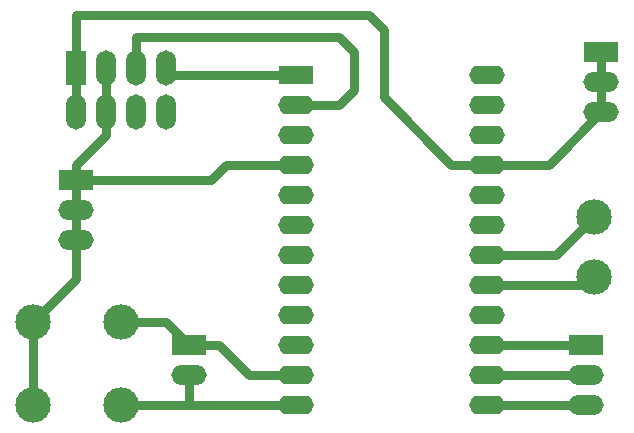
<source format=gbr>
%TF.GenerationSoftware,KiCad,Pcbnew,(5.1.10)-1*%
%TF.CreationDate,2022-01-23T19:08:07-05:00*%
%TF.ProjectId,3018Pendant,33303138-5065-46e6-9461-6e742e6b6963,rev?*%
%TF.SameCoordinates,Original*%
%TF.FileFunction,Copper,L2,Bot*%
%TF.FilePolarity,Positive*%
%FSLAX46Y46*%
G04 Gerber Fmt 4.6, Leading zero omitted, Abs format (unit mm)*
G04 Created by KiCad (PCBNEW (5.1.10)-1) date 2022-01-23 19:08:07*
%MOMM*%
%LPD*%
G01*
G04 APERTURE LIST*
%TA.AperFunction,ComponentPad*%
%ADD10O,3.000000X1.600000*%
%TD*%
%TA.AperFunction,ComponentPad*%
%ADD11R,3.000000X1.600000*%
%TD*%
%TA.AperFunction,ComponentPad*%
%ADD12O,3.000000X1.700000*%
%TD*%
%TA.AperFunction,ComponentPad*%
%ADD13R,3.000000X1.700000*%
%TD*%
%TA.AperFunction,ComponentPad*%
%ADD14O,3.000000X3.000000*%
%TD*%
%TA.AperFunction,ComponentPad*%
%ADD15R,1.700000X3.000000*%
%TD*%
%TA.AperFunction,ComponentPad*%
%ADD16O,1.700000X3.000000*%
%TD*%
%TA.AperFunction,Conductor*%
%ADD17C,0.800000*%
%TD*%
G04 APERTURE END LIST*
D10*
%TO.P,U1,24*%
%TO.N,Net-(U1-Pad24)*%
X106545000Y33655000D03*
%TO.P,U1,23*%
%TO.N,GND*%
X106545000Y31115000D03*
%TO.P,U1,22*%
%TO.N,Net-(U1-Pad22)*%
X106545000Y28575000D03*
%TO.P,U1,12*%
%TO.N,Net-(C2-Pad1)*%
X90305000Y5715000D03*
%TO.P,U1,21*%
%TO.N,Vcc*%
X106545000Y26035000D03*
%TO.P,U1,11*%
%TO.N,Net-(C1-Pad1)*%
X90305000Y8255000D03*
%TO.P,U1,20*%
%TO.N,Net-(U1-Pad20)*%
X106545000Y23495000D03*
%TO.P,U1,10*%
%TO.N,Net-(U1-Pad10)*%
X90305000Y10795000D03*
%TO.P,U1,19*%
%TO.N,Net-(U1-Pad19)*%
X106545000Y20955000D03*
%TO.P,U1,9*%
%TO.N,Net-(U1-Pad9)*%
X90305000Y13335000D03*
%TO.P,U1,18*%
%TO.N,Net-(J2-Pad1)*%
X106545000Y18415000D03*
%TO.P,U1,8*%
%TO.N,Net-(U1-Pad8)*%
X90305000Y15875000D03*
%TO.P,U1,17*%
%TO.N,Net-(J6-Pad1)*%
X106545000Y15875000D03*
%TO.P,U1,7*%
%TO.N,Net-(U1-Pad7)*%
X90305000Y18415000D03*
%TO.P,U1,16*%
%TO.N,Net-(U1-Pad16)*%
X106545000Y13335000D03*
%TO.P,U1,6*%
%TO.N,Net-(U1-Pad6)*%
X90305000Y20955000D03*
%TO.P,U1,15*%
%TO.N,Net-(J7-Pad1)*%
X106545000Y10795000D03*
%TO.P,U1,5*%
%TO.N,Net-(U1-Pad5)*%
X90305000Y23495000D03*
%TO.P,U1,14*%
%TO.N,Net-(J7-Pad2)*%
X106545000Y8255000D03*
%TO.P,U1,4*%
%TO.N,GND*%
X90305000Y26035000D03*
%TO.P,U1,13*%
%TO.N,Net-(J7-Pad3)*%
X106545000Y5715000D03*
%TO.P,U1,3*%
%TO.N,Net-(U1-Pad3)*%
X90305000Y28575000D03*
%TO.P,U1,2*%
%TO.N,Net-(J1-Pad5)*%
X90305000Y31115000D03*
D11*
%TO.P,U1,1*%
%TO.N,Net-(J1-Pad7)*%
X90305000Y33655000D03*
%TD*%
D12*
%TO.P,J7,3*%
%TO.N,Net-(J7-Pad3)*%
X114935000Y5715000D03*
%TO.P,J7,2*%
%TO.N,Net-(J7-Pad2)*%
X114935000Y8255000D03*
D13*
%TO.P,J7,1*%
%TO.N,Net-(J7-Pad1)*%
X114935000Y10795000D03*
%TD*%
D14*
%TO.P,J6,1*%
%TO.N,Net-(J6-Pad1)*%
X115570000Y16510000D03*
%TD*%
D12*
%TO.P,J5,2*%
%TO.N,Net-(C2-Pad1)*%
X81280000Y8255000D03*
D13*
%TO.P,J5,1*%
%TO.N,Net-(C1-Pad1)*%
X81280000Y10795000D03*
%TD*%
D14*
%TO.P,J2,1*%
%TO.N,Net-(J2-Pad1)*%
X115570000Y21590000D03*
%TD*%
D12*
%TO.P,J4,3*%
%TO.N,Vcc*%
X116205000Y30480000D03*
%TO.P,J4,2*%
X116205000Y33020000D03*
D13*
%TO.P,J4,1*%
X116205000Y35560000D03*
%TD*%
D12*
%TO.P,J3,3*%
%TO.N,GND*%
X71755000Y19685000D03*
%TO.P,J3,2*%
X71755000Y22225000D03*
D13*
%TO.P,J3,1*%
X71755000Y24765000D03*
%TD*%
D14*
%TO.P,C1,2*%
%TO.N,GND*%
X68065000Y12700000D03*
%TO.P,C1,1*%
%TO.N,Net-(C1-Pad1)*%
X75565000Y12700000D03*
%TD*%
%TO.P,C2,1*%
%TO.N,Net-(C2-Pad1)*%
X75565000Y5715000D03*
%TO.P,C2,2*%
%TO.N,GND*%
X68065000Y5715000D03*
%TD*%
D15*
%TO.P,J1,1*%
%TO.N,Vcc*%
X71755000Y34255000D03*
D16*
%TO.P,J1,2*%
X71755000Y30515000D03*
%TO.P,J1,3*%
%TO.N,GND*%
X74295000Y34255000D03*
%TO.P,J1,4*%
X74295000Y30515000D03*
%TO.P,J1,5*%
%TO.N,Net-(J1-Pad5)*%
X76835000Y34255000D03*
%TO.P,J1,6*%
%TO.N,Net-(J1-Pad6)*%
X76835000Y30515000D03*
%TO.P,J1,7*%
%TO.N,Net-(J1-Pad7)*%
X79375000Y34255000D03*
%TO.P,J1,8*%
%TO.N,Net-(J1-Pad8)*%
X79375000Y30515000D03*
%TD*%
D17*
%TO.N,GND*%
X71755000Y26035000D02*
X71755000Y24765000D01*
X74295000Y28575000D02*
X71755000Y26035000D01*
X74295000Y31115000D02*
X74295000Y28575000D01*
X83185000Y24765000D02*
X71755000Y24765000D01*
X84455000Y26035000D02*
X83185000Y24765000D01*
X90805000Y26035000D02*
X84455000Y26035000D01*
X71755000Y24765000D02*
X71755000Y22225000D01*
X71755000Y22225000D02*
X71755000Y19685000D01*
X71755000Y16390000D02*
X68065000Y12700000D01*
X71755000Y19685000D02*
X71755000Y16390000D01*
X68065000Y12700000D02*
X68065000Y5715000D01*
X74295000Y33655000D02*
X74295000Y31115000D01*
%TO.N,Net-(C1-Pad1)*%
X79375000Y12700000D02*
X81280000Y10795000D01*
X75565000Y12700000D02*
X79375000Y12700000D01*
X81280000Y10795000D02*
X83820000Y10795000D01*
X86360000Y8255000D02*
X90805000Y8255000D01*
X83820000Y10795000D02*
X86360000Y8255000D01*
%TO.N,Net-(C2-Pad1)*%
X81280000Y8255000D02*
X81280000Y5715000D01*
X81280000Y5715000D02*
X90805000Y5715000D01*
X75565000Y5715000D02*
X81280000Y5715000D01*
%TO.N,Vcc*%
X116205000Y30480000D02*
X116205000Y33020000D01*
X116205000Y35560000D02*
X116205000Y33020000D01*
X111760000Y26035000D02*
X116205000Y30480000D01*
X106045000Y26035000D02*
X111760000Y26035000D01*
X71755000Y33655000D02*
X71755000Y31115000D01*
X106045000Y26035000D02*
X103505000Y26035000D01*
X103505000Y26035000D02*
X97790000Y31750000D01*
X97790000Y31750000D02*
X97790000Y37465000D01*
X97790000Y37465000D02*
X96520000Y38735000D01*
X96520000Y38735000D02*
X71755000Y38735000D01*
X71755000Y38735000D02*
X71755000Y33655000D01*
%TO.N,Net-(J1-Pad5)*%
X76835000Y36830000D02*
X76835000Y33655000D01*
X93980000Y36830000D02*
X76835000Y36830000D01*
X95250000Y35560000D02*
X93980000Y36830000D01*
X95250000Y32385000D02*
X95250000Y35560000D01*
X93980000Y31115000D02*
X95250000Y32385000D01*
X90805000Y31115000D02*
X93980000Y31115000D01*
%TO.N,Net-(J1-Pad7)*%
X90805000Y33655000D02*
X79375000Y33655000D01*
%TO.N,Net-(J2-Pad1)*%
X112395000Y18415000D02*
X106045000Y18415000D01*
X115570000Y21590000D02*
X112395000Y18415000D01*
%TO.N,Net-(J6-Pad1)*%
X114935000Y15875000D02*
X106045000Y15875000D01*
X115570000Y16510000D02*
X114935000Y15875000D01*
%TO.N,Net-(J7-Pad3)*%
X114935000Y5715000D02*
X106045000Y5715000D01*
%TO.N,Net-(J7-Pad2)*%
X114935000Y8255000D02*
X106045000Y8255000D01*
%TO.N,Net-(J7-Pad1)*%
X114935000Y10795000D02*
X106045000Y10795000D01*
%TD*%
M02*

</source>
